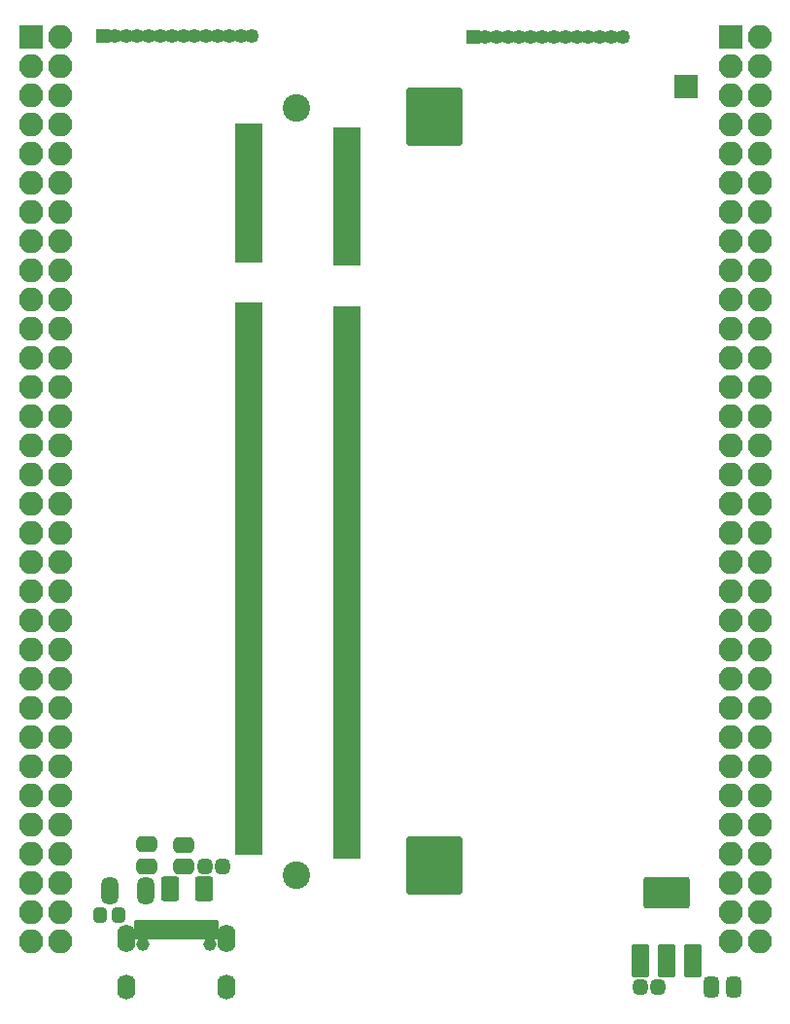
<source format=gbr>
%TF.GenerationSoftware,KiCad,Pcbnew,6.0.4-6f826c9f35~116~ubuntu20.04.1*%
%TF.CreationDate,2022-04-29T04:31:16+07:00*%
%TF.ProjectId,Colorlight2QMTech,436f6c6f-726c-4696-9768-7432514d5465,rev?*%
%TF.SameCoordinates,Original*%
%TF.FileFunction,Soldermask,Top*%
%TF.FilePolarity,Negative*%
%FSLAX46Y46*%
G04 Gerber Fmt 4.6, Leading zero omitted, Abs format (unit mm)*
G04 Created by KiCad (PCBNEW 6.0.4-6f826c9f35~116~ubuntu20.04.1) date 2022-04-29 04:31:16*
%MOMM*%
%LPD*%
G01*
G04 APERTURE LIST*
G04 Aperture macros list*
%AMRoundRect*
0 Rectangle with rounded corners*
0 $1 Rounding radius*
0 $2 $3 $4 $5 $6 $7 $8 $9 X,Y pos of 4 corners*
0 Add a 4 corners polygon primitive as box body*
4,1,4,$2,$3,$4,$5,$6,$7,$8,$9,$2,$3,0*
0 Add four circle primitives for the rounded corners*
1,1,$1+$1,$2,$3*
1,1,$1+$1,$4,$5*
1,1,$1+$1,$6,$7*
1,1,$1+$1,$8,$9*
0 Add four rect primitives between the rounded corners*
20,1,$1+$1,$2,$3,$4,$5,0*
20,1,$1+$1,$4,$5,$6,$7,0*
20,1,$1+$1,$6,$7,$8,$9,0*
20,1,$1+$1,$8,$9,$2,$3,0*%
G04 Aperture macros list end*
%ADD10RoundRect,0.200000X-0.850000X-0.850000X0.850000X-0.850000X0.850000X0.850000X-0.850000X0.850000X0*%
%ADD11O,2.100000X2.100000*%
%ADD12RoundRect,0.425000X-0.225000X-0.250000X0.225000X-0.250000X0.225000X0.250000X-0.225000X0.250000X0*%
%ADD13RoundRect,0.425000X0.225000X0.250000X-0.225000X0.250000X-0.225000X-0.250000X0.225000X-0.250000X0*%
%ADD14RoundRect,0.450000X-0.475000X0.250000X-0.475000X-0.250000X0.475000X-0.250000X0.475000X0.250000X0*%
%ADD15RoundRect,0.200000X0.425000X-0.425000X0.425000X0.425000X-0.425000X0.425000X-0.425000X-0.425000X0*%
%ADD16O,1.250000X1.250000*%
%ADD17C,2.400000*%
%ADD18RoundRect,0.200000X-1.000000X-0.175000X1.000000X-0.175000X1.000000X0.175000X-1.000000X0.175000X0*%
%ADD19RoundRect,0.200000X-2.250000X-2.300000X2.250000X-2.300000X2.250000X2.300000X-2.250000X2.300000X0*%
%ADD20RoundRect,0.450000X0.250000X0.475000X-0.250000X0.475000X-0.250000X-0.475000X0.250000X-0.475000X0*%
%ADD21RoundRect,0.200000X-0.550000X1.250000X-0.550000X-1.250000X0.550000X-1.250000X0.550000X1.250000X0*%
%ADD22RoundRect,0.200000X-1.800000X1.170000X-1.800000X-1.170000X1.800000X-1.170000X1.800000X1.170000X0*%
%ADD23C,1.150000*%
%ADD24RoundRect,0.200000X-0.150000X-0.650000X0.150000X-0.650000X0.150000X0.650000X-0.150000X0.650000X0*%
%ADD25O,1.600000X2.400000*%
%ADD26O,1.600000X2.200000*%
%ADD27RoundRect,0.400000X0.200000X0.275000X-0.200000X0.275000X-0.200000X-0.275000X0.200000X-0.275000X0*%
%ADD28RoundRect,0.450000X-0.275000X-0.700000X0.275000X-0.700000X0.275000X0.700000X-0.275000X0.700000X0*%
%ADD29RoundRect,0.200000X-0.595000X-0.865000X0.595000X-0.865000X0.595000X0.865000X-0.595000X0.865000X0*%
G04 APERTURE END LIST*
D10*
%TO.C,J1*%
X95250000Y-42164000D03*
D11*
X97790000Y-42164000D03*
X95250000Y-44704000D03*
X97790000Y-44704000D03*
X95250000Y-47244000D03*
X97790000Y-47244000D03*
X95250000Y-49784000D03*
X97790000Y-49784000D03*
X95250000Y-52324000D03*
X97790000Y-52324000D03*
X95250000Y-54864000D03*
X97790000Y-54864000D03*
X95250000Y-57404000D03*
X97790000Y-57404000D03*
X95250000Y-59944000D03*
X97790000Y-59944000D03*
X95250000Y-62484000D03*
X97790000Y-62484000D03*
X95250000Y-65024000D03*
X97790000Y-65024000D03*
X95250000Y-67564000D03*
X97790000Y-67564000D03*
X95250000Y-70104000D03*
X97790000Y-70104000D03*
X95250000Y-72644000D03*
X97790000Y-72644000D03*
X95250000Y-75184000D03*
X97790000Y-75184000D03*
X95250000Y-77724000D03*
X97790000Y-77724000D03*
X95250000Y-80264000D03*
X97790000Y-80264000D03*
X95250000Y-82804000D03*
X97790000Y-82804000D03*
X95250000Y-85344000D03*
X97790000Y-85344000D03*
X95250000Y-87884000D03*
X97790000Y-87884000D03*
X95250000Y-90424000D03*
X97790000Y-90424000D03*
X95250000Y-92964000D03*
X97790000Y-92964000D03*
X95250000Y-95504000D03*
X97790000Y-95504000D03*
X95250000Y-98044000D03*
X97790000Y-98044000D03*
X95250000Y-100584000D03*
X97790000Y-100584000D03*
X95250000Y-103124000D03*
X97790000Y-103124000D03*
X95250000Y-105664000D03*
X97790000Y-105664000D03*
X95250000Y-108204000D03*
X97790000Y-108204000D03*
X95250000Y-110744000D03*
X97790000Y-110744000D03*
X95250000Y-113284000D03*
X97790000Y-113284000D03*
X95250000Y-115824000D03*
X97790000Y-115824000D03*
X95250000Y-118364000D03*
X97790000Y-118364000D03*
X95250000Y-120904000D03*
X97790000Y-120904000D03*
%TD*%
D12*
%TO.C,C1*%
X148367000Y-124907000D03*
X149917000Y-124907000D03*
%TD*%
D13*
%TO.C,C4*%
X111943400Y-114376400D03*
X110393400Y-114376400D03*
%TD*%
D14*
%TO.C,C3*%
X105308400Y-112486400D03*
X105308400Y-114386400D03*
%TD*%
D15*
%TO.C,J5*%
X133809600Y-42189400D03*
D16*
X134809600Y-42189400D03*
X135809600Y-42189400D03*
X136809600Y-42189400D03*
X137809600Y-42189400D03*
X138809600Y-42189400D03*
X139809600Y-42189400D03*
X140809600Y-42189400D03*
X141809600Y-42189400D03*
X142809600Y-42189400D03*
X143809600Y-42189400D03*
X144809600Y-42189400D03*
X145809600Y-42189400D03*
X146809600Y-42189400D03*
%TD*%
D17*
%TO.C,CN1*%
X118422500Y-115128000D03*
X118422500Y-48328000D03*
D18*
X114222500Y-50078000D03*
X122822500Y-50378000D03*
X114222500Y-50678000D03*
X122822500Y-50978000D03*
X114222500Y-51278000D03*
X122822500Y-51578000D03*
X114222500Y-51878000D03*
X122822500Y-52178000D03*
X114222500Y-52478000D03*
X122822500Y-52778000D03*
X114222500Y-53078000D03*
X122822500Y-53378000D03*
X114222500Y-53678000D03*
X122822500Y-53978000D03*
X114222500Y-54278000D03*
X122822500Y-54578000D03*
X114222500Y-54878000D03*
X122822500Y-55178000D03*
X114222500Y-55478000D03*
X122822500Y-55778000D03*
X114222500Y-56078000D03*
X122822500Y-56378000D03*
X114222500Y-56678000D03*
X122822500Y-56978000D03*
X114222500Y-57278000D03*
X122822500Y-57578000D03*
X114222500Y-57878000D03*
X122822500Y-58178000D03*
X114222500Y-58478000D03*
X122822500Y-58778000D03*
X114222500Y-59078000D03*
X122822500Y-59378000D03*
X114222500Y-59678000D03*
X122822500Y-59978000D03*
X114222500Y-60278000D03*
X122822500Y-60578000D03*
X114222500Y-60878000D03*
X122822500Y-61178000D03*
X114222500Y-61478000D03*
X122822500Y-61778000D03*
X114222500Y-65678000D03*
X122822500Y-65978000D03*
X114222500Y-66278000D03*
X122822500Y-66578000D03*
X114222500Y-66878000D03*
X122822500Y-67178000D03*
X114222500Y-67478000D03*
X122822500Y-67778000D03*
X114222500Y-68078000D03*
X122822500Y-68378000D03*
X114222500Y-68678000D03*
X122822500Y-68978000D03*
X114222500Y-69278000D03*
X122822500Y-69578000D03*
X114222500Y-69878000D03*
X122822500Y-70178000D03*
X114222500Y-70478000D03*
X122822500Y-70778000D03*
X114222500Y-71078000D03*
X122822500Y-71378000D03*
X114222500Y-71678000D03*
X122822500Y-71978000D03*
X114222500Y-72278000D03*
X122822500Y-72578000D03*
X114222500Y-72878000D03*
X122822500Y-73178000D03*
X114222500Y-73478000D03*
X122822500Y-73778000D03*
X114222500Y-74078000D03*
X122822500Y-74378000D03*
X114222500Y-74678000D03*
X122822500Y-74978000D03*
X114222500Y-75278000D03*
X122822500Y-75578000D03*
X114222500Y-75878000D03*
X122822500Y-76178000D03*
X114222500Y-76478000D03*
X122822500Y-76778000D03*
X114222500Y-77078000D03*
X122822500Y-77378000D03*
X114222500Y-77678000D03*
X122822500Y-77978000D03*
X114222500Y-78278000D03*
X122822500Y-78578000D03*
X114222500Y-78878000D03*
X122822500Y-79178000D03*
X114222500Y-79478000D03*
X122822500Y-79778000D03*
X114222500Y-80078000D03*
X122822500Y-80378000D03*
X114222500Y-80678000D03*
X122822500Y-80978000D03*
X114222500Y-81278000D03*
X122822500Y-81578000D03*
X114222500Y-81878000D03*
X122822500Y-82178000D03*
X114222500Y-82478000D03*
X122822500Y-82778000D03*
X114222500Y-83078000D03*
X122822500Y-83378000D03*
X114222500Y-83678000D03*
X122822500Y-83978000D03*
X114222500Y-84278000D03*
X122822500Y-84578000D03*
X114222500Y-84878000D03*
X122822500Y-85178000D03*
X114222500Y-85478000D03*
X122822500Y-85778000D03*
X114222500Y-86078000D03*
X122822500Y-86378000D03*
X114222500Y-86678000D03*
X122822500Y-86978000D03*
X114222500Y-87278000D03*
X122822500Y-87578000D03*
X114222500Y-87878000D03*
X122822500Y-88178000D03*
X114222500Y-88478000D03*
X122822500Y-88778000D03*
X114222500Y-89078000D03*
X122822500Y-89378000D03*
X114222500Y-89678000D03*
X122822500Y-89978000D03*
X114222500Y-90278000D03*
X122822500Y-90578000D03*
X114222500Y-90878000D03*
X122822500Y-91178000D03*
X114222500Y-91478000D03*
X122822500Y-91778000D03*
X114222500Y-92078000D03*
X122822500Y-92378000D03*
X114222500Y-92678000D03*
X122822500Y-92978000D03*
X114222500Y-93278000D03*
X122822500Y-93578000D03*
X114222500Y-93878000D03*
X122822500Y-94178000D03*
X114222500Y-94478000D03*
X122822500Y-94778000D03*
X114222500Y-95078000D03*
X122822500Y-95378000D03*
X114222500Y-95678000D03*
X122822500Y-95978000D03*
X114222500Y-96278000D03*
X122822500Y-96578000D03*
X114222500Y-96878000D03*
X122822500Y-97178000D03*
X114222500Y-97478000D03*
X122822500Y-97778000D03*
X114222500Y-98078000D03*
X122822500Y-98378000D03*
X114222500Y-98678000D03*
X122822500Y-98978000D03*
X114222500Y-99278000D03*
X122822500Y-99578000D03*
X114222500Y-99878000D03*
X122822500Y-100178000D03*
X114222500Y-100478000D03*
X122822500Y-100778000D03*
X114222500Y-101078000D03*
X122822500Y-101378000D03*
X114222500Y-101678000D03*
X122822500Y-101978000D03*
X114222500Y-102278000D03*
X122822500Y-102578000D03*
X114222500Y-102878000D03*
X122822500Y-103178000D03*
X114222500Y-103478000D03*
X122822500Y-103778000D03*
X114222500Y-104078000D03*
X122822500Y-104378000D03*
X114222500Y-104678000D03*
X122822500Y-104978000D03*
X114222500Y-105278000D03*
X122822500Y-105578000D03*
X114222500Y-105878000D03*
X122822500Y-106178000D03*
X114222500Y-106478000D03*
X122822500Y-106778000D03*
X114222500Y-107078000D03*
X122822500Y-107378000D03*
X114222500Y-107678000D03*
X122822500Y-107978000D03*
X114222500Y-108278000D03*
X122822500Y-108578000D03*
X114222500Y-108878000D03*
X122822500Y-109178000D03*
X114222500Y-109478000D03*
X122822500Y-109778000D03*
X114222500Y-110078000D03*
X122822500Y-110378000D03*
X114222500Y-110678000D03*
X122822500Y-110978000D03*
X114222500Y-111278000D03*
X122822500Y-111578000D03*
X114222500Y-111878000D03*
X122822500Y-112178000D03*
X114222500Y-112478000D03*
X122822500Y-112778000D03*
X114222500Y-113078000D03*
X122822500Y-113378000D03*
D19*
X130422500Y-49128000D03*
X130422500Y-114328000D03*
%TD*%
D20*
%TO.C,C2*%
X156442000Y-124877000D03*
X154542000Y-124877000D03*
%TD*%
D21*
%TO.C,U1*%
X148322000Y-122657000D03*
X150622000Y-122657000D03*
X152922000Y-122657000D03*
D22*
X150622000Y-116717000D03*
%TD*%
D10*
%TO.C,J2*%
X156210000Y-42164000D03*
D11*
X158750000Y-42164000D03*
X156210000Y-44704000D03*
X158750000Y-44704000D03*
X156210000Y-47244000D03*
X158750000Y-47244000D03*
X156210000Y-49784000D03*
X158750000Y-49784000D03*
X156210000Y-52324000D03*
X158750000Y-52324000D03*
X156210000Y-54864000D03*
X158750000Y-54864000D03*
X156210000Y-57404000D03*
X158750000Y-57404000D03*
X156210000Y-59944000D03*
X158750000Y-59944000D03*
X156210000Y-62484000D03*
X158750000Y-62484000D03*
X156210000Y-65024000D03*
X158750000Y-65024000D03*
X156210000Y-67564000D03*
X158750000Y-67564000D03*
X156210000Y-70104000D03*
X158750000Y-70104000D03*
X156210000Y-72644000D03*
X158750000Y-72644000D03*
X156210000Y-75184000D03*
X158750000Y-75184000D03*
X156210000Y-77724000D03*
X158750000Y-77724000D03*
X156210000Y-80264000D03*
X158750000Y-80264000D03*
X156210000Y-82804000D03*
X158750000Y-82804000D03*
X156210000Y-85344000D03*
X158750000Y-85344000D03*
X156210000Y-87884000D03*
X158750000Y-87884000D03*
X156210000Y-90424000D03*
X158750000Y-90424000D03*
X156210000Y-92964000D03*
X158750000Y-92964000D03*
X156210000Y-95504000D03*
X158750000Y-95504000D03*
X156210000Y-98044000D03*
X158750000Y-98044000D03*
X156210000Y-100584000D03*
X158750000Y-100584000D03*
X156210000Y-103124000D03*
X158750000Y-103124000D03*
X156210000Y-105664000D03*
X158750000Y-105664000D03*
X156210000Y-108204000D03*
X158750000Y-108204000D03*
X156210000Y-110744000D03*
X158750000Y-110744000D03*
X156210000Y-113284000D03*
X158750000Y-113284000D03*
X156210000Y-115824000D03*
X158750000Y-115824000D03*
X156210000Y-118364000D03*
X158750000Y-118364000D03*
X156210000Y-120904000D03*
X158750000Y-120904000D03*
%TD*%
D14*
%TO.C,C5*%
X108568400Y-112506400D03*
X108568400Y-114406400D03*
%TD*%
D15*
%TO.C,J4*%
X101523800Y-42138600D03*
D16*
X102523800Y-42138600D03*
X103523800Y-42138600D03*
X104523800Y-42138600D03*
X105523800Y-42138600D03*
X106523800Y-42138600D03*
X107523800Y-42138600D03*
X108523800Y-42138600D03*
X109523800Y-42138600D03*
X110523800Y-42138600D03*
X111523800Y-42138600D03*
X112523800Y-42138600D03*
X113523800Y-42138600D03*
X114523800Y-42138600D03*
%TD*%
D10*
%TO.C,J4-GND1*%
X152349200Y-46532800D03*
%TD*%
D23*
%TO.C,J3*%
X110819000Y-121200000D03*
X105019000Y-121200000D03*
D24*
X104569000Y-119940000D03*
X105369000Y-119940000D03*
X106669000Y-119940000D03*
X107669000Y-119940000D03*
X108169000Y-119940000D03*
X109169000Y-119940000D03*
X110469000Y-119940000D03*
X111269000Y-119940000D03*
X110969000Y-119940000D03*
X110169000Y-119940000D03*
X109669000Y-119940000D03*
X108669000Y-119940000D03*
X107169000Y-119940000D03*
X106169000Y-119940000D03*
X105669000Y-119940000D03*
X104869000Y-119940000D03*
D25*
X112249000Y-120700000D03*
D26*
X112249000Y-124900000D03*
X103589000Y-124900000D03*
D25*
X103589000Y-120700000D03*
%TD*%
D27*
%TO.C,R1*%
X102904000Y-118610000D03*
X101254000Y-118610000D03*
%TD*%
D28*
%TO.C,FB1*%
X102124000Y-116514000D03*
X105274000Y-116514000D03*
%TD*%
D29*
%TO.C,F1*%
X107399000Y-116374000D03*
X110299000Y-116374000D03*
%TD*%
M02*

</source>
